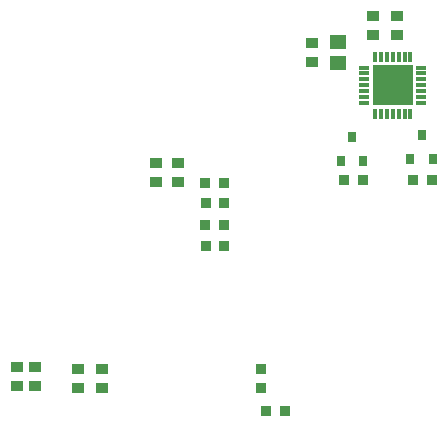
<source format=gbp>
G04*
G04 #@! TF.GenerationSoftware,Altium Limited,Altium Designer,22.11.1 (43)*
G04*
G04 Layer_Color=3150156*
%FSLAX44Y44*%
%MOMM*%
G71*
G04*
G04 #@! TF.SameCoordinates,C851D113-A8C7-42F9-9C4B-FB2C255A0ABB*
G04*
G04*
G04 #@! TF.FilePolarity,Positive*
G04*
G01*
G75*
%ADD18R,0.9500X0.9500*%
%ADD23R,0.9500X0.9500*%
%ADD25R,1.0000X0.9500*%
%ADD35R,1.4500X1.1500*%
%ADD96R,0.8000X0.9000*%
%ADD97R,3.3500X3.3500*%
%ADD98R,0.9500X0.3000*%
%ADD99R,0.3000X0.9500*%
D18*
X691860Y1176800D02*
D03*
X707860D02*
D03*
X758932Y1036800D02*
D03*
X742932D02*
D03*
X691610Y1229845D02*
D03*
X707610D02*
D03*
X691860Y1212800D02*
D03*
X707860D02*
D03*
X691610Y1194800D02*
D03*
X707610D02*
D03*
X824865Y1232800D02*
D03*
X808865D02*
D03*
X867360Y1232800D02*
D03*
X883360D02*
D03*
D23*
X738815Y1056600D02*
D03*
Y1072600D02*
D03*
D25*
X603860Y1056800D02*
D03*
Y1072800D02*
D03*
X583860Y1056800D02*
D03*
Y1072800D02*
D03*
X531860Y1058050D02*
D03*
Y1074050D02*
D03*
X547860Y1058050D02*
D03*
Y1074050D02*
D03*
X668905Y1230800D02*
D03*
Y1246800D02*
D03*
X649860Y1230800D02*
D03*
Y1246800D02*
D03*
X833610Y1355550D02*
D03*
Y1371550D02*
D03*
X853860Y1355550D02*
D03*
Y1371550D02*
D03*
X781860Y1332800D02*
D03*
Y1348800D02*
D03*
D35*
X803860Y1331800D02*
D03*
Y1349800D02*
D03*
D96*
X884360Y1250300D02*
D03*
X865360D02*
D03*
X874860Y1270300D02*
D03*
X825360Y1248800D02*
D03*
X806360D02*
D03*
X815860Y1268800D02*
D03*
D97*
X850360Y1312800D02*
D03*
D98*
X826360Y1297800D02*
D03*
Y1302800D02*
D03*
Y1307800D02*
D03*
Y1312800D02*
D03*
Y1317800D02*
D03*
Y1322800D02*
D03*
Y1327800D02*
D03*
X874360D02*
D03*
Y1322800D02*
D03*
Y1317800D02*
D03*
Y1312800D02*
D03*
Y1307800D02*
D03*
Y1302800D02*
D03*
Y1297800D02*
D03*
D99*
X835360Y1336800D02*
D03*
X840360D02*
D03*
X845360D02*
D03*
X850360D02*
D03*
X855360D02*
D03*
X860360D02*
D03*
X865360D02*
D03*
Y1288800D02*
D03*
X860360D02*
D03*
X855360D02*
D03*
X850360D02*
D03*
X845360D02*
D03*
X840360D02*
D03*
X835360D02*
D03*
M02*

</source>
